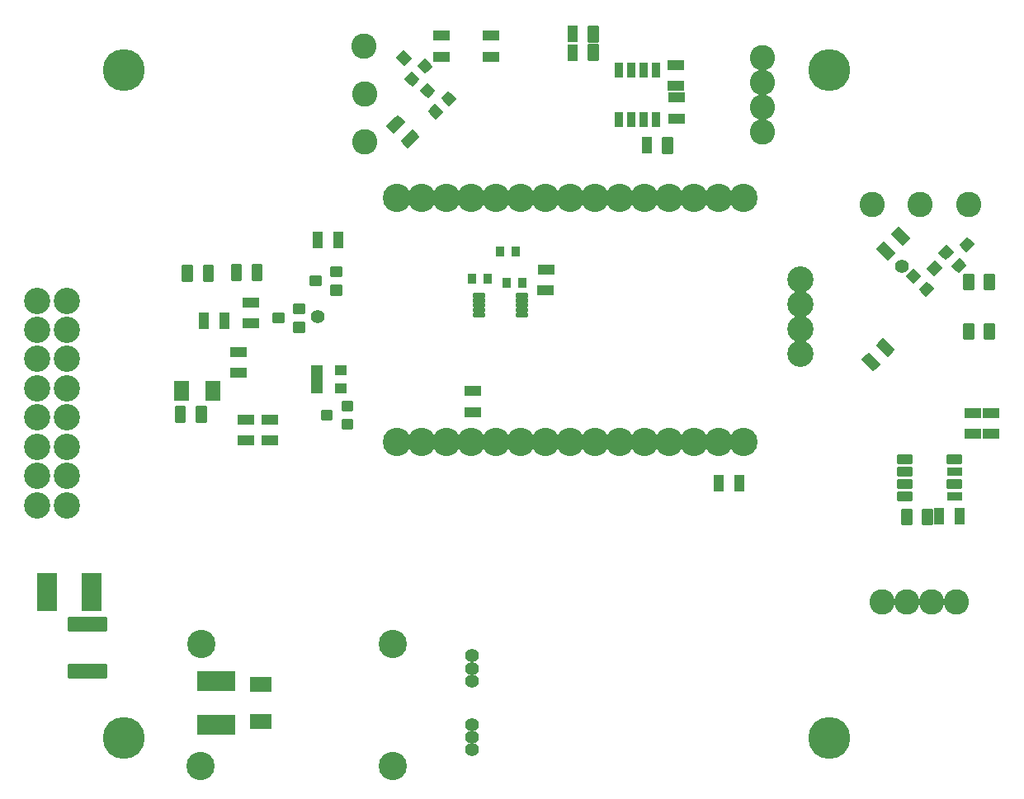
<source format=gbr>
%FSLAX34Y34*%
%MOMM*%
%LNSOLDERMASK_BOTTOM*%
G71*
G01*
%ADD10C, 2.90*%
%ADD11C, 2.70*%
%ADD12C, 2.60*%
%ADD13C, 1.40*%
%ADD14C, 0.30*%
%ADD15R, 2.30X1.60*%
%ADD16R, 3.90X2.10*%
%ADD17R, 1.73X1.10*%
%ADD18R, 2.10X3.90*%
%ADD19R, 1.10X1.73*%
%ADD20R, 0.90X1.10*%
%ADD21R, 1.60X2.10*%
%ADD22R, 1.30X1.00*%
%ADD23C, 4.30*%
%ADD24R, 0.95X1.57*%
%ADD25C, 0.31*%
%ADD26R, 1.57X0.95*%
%LPD*%
X461798Y49947D02*
G54D10*
D03*
X265217Y174796D02*
G54D10*
D03*
X462067Y174796D02*
G54D10*
D03*
X264948Y49947D02*
G54D10*
D03*
X97310Y527600D02*
G54D11*
D03*
X127310Y527600D02*
G54D11*
D03*
X97310Y497600D02*
G54D11*
D03*
X127310Y497600D02*
G54D11*
D03*
X97310Y467600D02*
G54D11*
D03*
X127310Y467600D02*
G54D11*
D03*
X97310Y437600D02*
G54D11*
D03*
X127310Y437600D02*
G54D11*
D03*
X97310Y407600D02*
G54D11*
D03*
X127310Y407600D02*
G54D11*
D03*
X97310Y377600D02*
G54D11*
D03*
X127310Y377600D02*
G54D11*
D03*
X97310Y347600D02*
G54D11*
D03*
X127310Y347600D02*
G54D11*
D03*
X97310Y317600D02*
G54D11*
D03*
X127310Y317600D02*
G54D11*
D03*
X821887Y632913D02*
G54D10*
D03*
X821887Y382913D02*
G54D10*
D03*
X796487Y632913D02*
G54D10*
D03*
X796487Y382913D02*
G54D10*
D03*
X771087Y632913D02*
G54D10*
D03*
X771087Y382913D02*
G54D10*
D03*
X745687Y632913D02*
G54D10*
D03*
X745687Y382913D02*
G54D10*
D03*
X720287Y632913D02*
G54D10*
D03*
X720287Y382913D02*
G54D10*
D03*
X694887Y632913D02*
G54D10*
D03*
X694887Y382913D02*
G54D10*
D03*
X669487Y632913D02*
G54D10*
D03*
X669487Y382913D02*
G54D10*
D03*
X644087Y632913D02*
G54D10*
D03*
X644087Y382913D02*
G54D10*
D03*
X618687Y632913D02*
G54D10*
D03*
X618687Y382913D02*
G54D10*
D03*
X593287Y632913D02*
G54D10*
D03*
X593288Y382913D02*
G54D10*
D03*
X567887Y632913D02*
G54D10*
D03*
X567887Y382913D02*
G54D10*
D03*
X542487Y632913D02*
G54D10*
D03*
X542487Y382913D02*
G54D10*
D03*
X517087Y632913D02*
G54D10*
D03*
X517087Y382913D02*
G54D10*
D03*
X491687Y632913D02*
G54D10*
D03*
X491687Y382913D02*
G54D10*
D03*
X466287Y632913D02*
G54D10*
D03*
X466287Y382913D02*
G54D10*
D03*
X841022Y751306D02*
G54D12*
D03*
X841022Y725906D02*
G54D12*
D03*
X841022Y700506D02*
G54D12*
D03*
X841022Y776706D02*
G54D12*
D03*
X433213Y739453D02*
G54D12*
D03*
X433213Y690325D02*
G54D12*
D03*
X432499Y789296D02*
G54D12*
D03*
X1014976Y218174D02*
G54D12*
D03*
X989576Y218174D02*
G54D12*
D03*
X964176Y218174D02*
G54D12*
D03*
X1040376Y218174D02*
G54D12*
D03*
X1003124Y625983D02*
G54D12*
D03*
X953995Y625983D02*
G54D12*
D03*
X1052966Y626697D02*
G54D12*
D03*
X879800Y549600D02*
G54D11*
D03*
X879800Y524200D02*
G54D11*
D03*
X879800Y498800D02*
G54D11*
D03*
X879800Y473400D02*
G54D11*
D03*
X384500Y511500D02*
G54D13*
D03*
X983999Y563249D02*
G54D13*
D03*
X543250Y136850D02*
G54D13*
D03*
X543250Y149550D02*
G54D13*
D03*
X542707Y163449D02*
G54D13*
D03*
X543250Y67000D02*
G54D13*
D03*
X543250Y79700D02*
G54D13*
D03*
X543250Y92400D02*
G54D13*
D03*
G36*
X166742Y201146D02*
X166742Y189146D01*
X129742Y189146D01*
X129742Y201146D01*
X166742Y201146D01*
G37*
G54D14*
X166742Y201146D02*
X166742Y189146D01*
X129742Y189146D01*
X129742Y201146D01*
X166742Y201146D01*
G36*
X166742Y153146D02*
X166742Y141146D01*
X129742Y141146D01*
X129742Y153146D01*
X166742Y153146D01*
G37*
G54D14*
X166742Y153146D02*
X166742Y141146D01*
X129742Y141146D01*
X129742Y153146D01*
X166742Y153146D01*
X326183Y95659D02*
G54D15*
D03*
X326083Y133259D02*
G54D15*
D03*
X280432Y91676D02*
G54D16*
D03*
X280432Y136976D02*
G54D16*
D03*
G36*
X419650Y423552D02*
X410650Y423552D01*
X410650Y415552D01*
X419650Y415552D01*
X419650Y423552D01*
G37*
G54D14*
X419650Y423552D02*
X410650Y423552D01*
X410650Y415552D01*
X419650Y415552D01*
X419650Y423552D01*
G36*
X419650Y404552D02*
X410651Y404552D01*
X410651Y396552D01*
X419650Y396552D01*
X419650Y404552D01*
G37*
G54D14*
X419650Y404552D02*
X410651Y404552D01*
X410651Y396552D01*
X419650Y396552D01*
X419650Y404552D01*
G36*
X398651Y414052D02*
X389650Y414052D01*
X389651Y406052D01*
X398650Y406052D01*
X398651Y414052D01*
G37*
G54D14*
X398651Y414052D02*
X389650Y414052D01*
X389651Y406052D01*
X398650Y406052D01*
X398651Y414052D01*
X310798Y405270D02*
G54D17*
D03*
X310792Y383966D02*
G54D17*
D03*
X335597Y383969D02*
G54D17*
D03*
X335631Y405269D02*
G54D17*
D03*
X107168Y228454D02*
G54D18*
D03*
X152468Y228454D02*
G54D18*
D03*
X817182Y339893D02*
G54D19*
D03*
X795882Y339859D02*
G54D19*
D03*
G36*
X546000Y533844D02*
X546000Y531844D01*
X555000Y531844D01*
X555000Y533844D01*
X546000Y533844D01*
G37*
G54D14*
X546000Y533844D02*
X546000Y531844D01*
X555000Y531844D01*
X555000Y533844D01*
X546000Y533844D01*
G36*
X546000Y528844D02*
X546000Y526844D01*
X555000Y526844D01*
X555000Y528844D01*
X546000Y528844D01*
G37*
G54D14*
X546000Y528844D02*
X546000Y526844D01*
X555000Y526844D01*
X555000Y528844D01*
X546000Y528844D01*
G36*
X546000Y523844D02*
X546000Y521844D01*
X555000Y521844D01*
X555000Y523844D01*
X546000Y523844D01*
G37*
G54D14*
X546000Y523844D02*
X546000Y521844D01*
X555000Y521844D01*
X555000Y523844D01*
X546000Y523844D01*
G36*
X546000Y518844D02*
X546000Y516844D01*
X555000Y516844D01*
X555000Y518844D01*
X546000Y518844D01*
G37*
G54D14*
X546000Y518844D02*
X546000Y516844D01*
X555000Y516844D01*
X555000Y518844D01*
X546000Y518844D01*
G36*
X546000Y513844D02*
X546000Y511844D01*
X555000Y511844D01*
X555000Y513844D01*
X546000Y513844D01*
G37*
G54D14*
X546000Y513844D02*
X546000Y511844D01*
X555000Y511844D01*
X555000Y513844D01*
X546000Y513844D01*
G36*
X590000Y513844D02*
X590000Y511844D01*
X599000Y511844D01*
X599000Y513844D01*
X590000Y513844D01*
G37*
G54D14*
X590000Y513844D02*
X590000Y511844D01*
X599000Y511844D01*
X599000Y513844D01*
X590000Y513844D01*
G36*
X590000Y518844D02*
X590000Y516844D01*
X599000Y516844D01*
X599000Y518844D01*
X590000Y518844D01*
G37*
G54D14*
X590000Y518844D02*
X590000Y516844D01*
X599000Y516844D01*
X599000Y518844D01*
X590000Y518844D01*
G36*
X590000Y523844D02*
X590000Y521844D01*
X599000Y521844D01*
X599000Y523844D01*
X590000Y523844D01*
G37*
G54D14*
X590000Y523844D02*
X590000Y521844D01*
X599000Y521844D01*
X599000Y523844D01*
X590000Y523844D01*
G36*
X590000Y528844D02*
X590000Y526844D01*
X599000Y526844D01*
X599000Y528844D01*
X590000Y528844D01*
G37*
G54D14*
X590000Y528844D02*
X590000Y526844D01*
X599000Y526844D01*
X599000Y528844D01*
X590000Y528844D01*
G36*
X590000Y533844D02*
X590000Y531844D01*
X599000Y531844D01*
X599000Y533844D01*
X590000Y533844D01*
G37*
G54D14*
X590000Y533844D02*
X590000Y531844D01*
X599000Y531844D01*
X599000Y533844D01*
X590000Y533844D01*
X559116Y549740D02*
G54D20*
D03*
X543216Y549740D02*
G54D20*
D03*
X587780Y577879D02*
G54D20*
D03*
X571880Y577879D02*
G54D20*
D03*
G36*
X239982Y417868D02*
X247982Y417868D01*
X247982Y403568D01*
X239982Y403568D01*
X239982Y417868D01*
G37*
G54D14*
X239982Y417868D02*
X247982Y417868D01*
X247982Y403568D01*
X239982Y403568D01*
X239982Y417868D01*
G36*
X261284Y417874D02*
X269284Y417875D01*
X269285Y403575D01*
X261285Y403574D01*
X261284Y417874D01*
G37*
G54D14*
X261284Y417874D02*
X269284Y417875D01*
X269285Y403575D01*
X261285Y403574D01*
X261284Y417874D01*
X244800Y435300D02*
G54D21*
D03*
X277300Y435400D02*
G54D21*
D03*
X408115Y437354D02*
G54D22*
D03*
X408115Y456354D02*
G54D22*
D03*
X384315Y437354D02*
G54D22*
D03*
X384315Y456354D02*
G54D22*
D03*
X384315Y446854D02*
G54D22*
D03*
X185658Y764292D02*
G54D23*
D03*
X909558Y764292D02*
G54D23*
D03*
X909558Y78492D02*
G54D23*
D03*
X185658Y78492D02*
G54D23*
D03*
X693717Y713129D02*
G54D24*
D03*
X706417Y713129D02*
G54D24*
D03*
X719117Y713128D02*
G54D24*
D03*
X731817Y713129D02*
G54D24*
D03*
X731816Y763929D02*
G54D24*
D03*
X719117Y763929D02*
G54D24*
D03*
X706416Y763929D02*
G54D24*
D03*
X693716Y763929D02*
G54D24*
D03*
X722360Y687129D02*
G54D19*
D03*
G36*
X739663Y694272D02*
X747663Y694272D01*
X747663Y679972D01*
X739663Y679972D01*
X739663Y694272D01*
G37*
G54D14*
X739663Y694272D02*
X747663Y694272D01*
X747663Y679972D01*
X739663Y679972D01*
X739663Y694272D01*
X752800Y714700D02*
G54D17*
D03*
X752806Y736003D02*
G54D17*
D03*
X618850Y538400D02*
G54D17*
D03*
X618884Y559700D02*
G54D17*
D03*
X544164Y434689D02*
G54D17*
D03*
X544170Y413386D02*
G54D17*
D03*
G36*
X370300Y523339D02*
X361300Y523339D01*
X361300Y515339D01*
X370300Y515339D01*
X370300Y523339D01*
G37*
G54D14*
X370300Y523339D02*
X361300Y523339D01*
X361300Y515339D01*
X370300Y515339D01*
X370300Y523339D01*
G36*
X370300Y504339D02*
X361300Y504339D01*
X361300Y496339D01*
X370300Y496339D01*
X370300Y504339D01*
G37*
G54D14*
X370300Y504339D02*
X361300Y504339D01*
X361300Y496339D01*
X370300Y496339D01*
X370300Y504339D01*
G36*
X349300Y513839D02*
X340300Y513839D01*
X340300Y505839D01*
X349300Y505839D01*
X349300Y513839D01*
G37*
G54D14*
X349300Y513839D02*
X340300Y513839D01*
X340300Y505839D01*
X349300Y505839D01*
X349300Y513839D01*
G36*
X247150Y563100D02*
X255150Y563100D01*
X255150Y548800D01*
X247150Y548800D01*
X247150Y563100D01*
G37*
G54D14*
X247150Y563100D02*
X255150Y563100D01*
X255150Y548800D01*
X247150Y548800D01*
X247150Y563100D01*
G36*
X268453Y563106D02*
X276453Y563106D01*
X276453Y548806D01*
X268453Y548806D01*
X268453Y563106D01*
G37*
G54D14*
X268453Y563106D02*
X276453Y563106D01*
X276453Y548806D01*
X268453Y548806D01*
X268453Y563106D01*
G36*
X297132Y563918D02*
X305132Y563918D01*
X305132Y549618D01*
X297132Y549618D01*
X297132Y563918D01*
G37*
G54D14*
X297132Y563918D02*
X305132Y563918D01*
X305132Y549618D01*
X297132Y549618D01*
X297132Y563918D01*
G36*
X318434Y563924D02*
X326434Y563925D01*
X326435Y549625D01*
X318435Y549624D01*
X318434Y563924D01*
G37*
G54D14*
X318434Y563924D02*
X326434Y563925D01*
X326435Y549625D01*
X318435Y549624D01*
X318434Y563924D01*
X288993Y507085D02*
G54D19*
D03*
X267690Y507079D02*
G54D19*
D03*
X316547Y504619D02*
G54D17*
D03*
X316581Y525919D02*
G54D17*
D03*
G36*
X408400Y561439D02*
X399400Y561439D01*
X399400Y553439D01*
X408400Y553439D01*
X408400Y561439D01*
G37*
G54D14*
X408400Y561439D02*
X399400Y561439D01*
X399400Y553439D01*
X408400Y553439D01*
X408400Y561439D01*
G36*
X408400Y542439D02*
X399400Y542439D01*
X399400Y534439D01*
X408400Y534439D01*
X408400Y542439D01*
G37*
G54D14*
X408400Y542439D02*
X399400Y542439D01*
X399400Y534439D01*
X408400Y534439D01*
X408400Y542439D01*
G36*
X387400Y551939D02*
X378400Y551939D01*
X378400Y543939D01*
X387400Y543939D01*
X387400Y551939D01*
G37*
G54D14*
X387400Y551939D02*
X378400Y551939D01*
X378400Y543939D01*
X387400Y543939D01*
X387400Y551939D01*
G54D25*
X387400Y543939D02*
X387400Y551939D01*
X378400Y551939D01*
X378400Y543939D01*
X387400Y543939D01*
X406272Y589588D02*
G54D19*
D03*
X384969Y589582D02*
G54D19*
D03*
X752200Y747950D02*
G54D17*
D03*
X752234Y769250D02*
G54D17*
D03*
X646160Y801429D02*
G54D19*
D03*
G36*
X663463Y808572D02*
X671463Y808572D01*
X671463Y794272D01*
X663463Y794272D01*
X663463Y808572D01*
G37*
G54D14*
X663463Y808572D02*
X671463Y808572D01*
X671463Y794272D01*
X663463Y794272D01*
X663463Y808572D01*
X646160Y782379D02*
G54D19*
D03*
G36*
X663463Y789522D02*
X671463Y789522D01*
X671463Y775222D01*
X663463Y775222D01*
X663463Y789522D01*
G37*
G54D14*
X663463Y789522D02*
X671463Y789522D01*
X671463Y775222D01*
X663463Y775222D01*
X663463Y789522D01*
X562300Y778200D02*
G54D17*
D03*
X562306Y799503D02*
G54D17*
D03*
G36*
X500812Y768110D02*
X494448Y774474D01*
X488791Y768818D01*
X495155Y762454D01*
X500812Y768110D01*
G37*
G54D14*
X500812Y768110D02*
X494448Y774474D01*
X488791Y768818D01*
X495155Y762454D01*
X500812Y768110D01*
G36*
X487377Y754676D02*
X481013Y761040D01*
X475356Y755383D01*
X481720Y749019D01*
X487377Y754676D01*
G37*
G54D14*
X487377Y754676D02*
X481013Y761040D01*
X475356Y755383D01*
X481720Y749019D01*
X487377Y754676D01*
G36*
X479245Y776242D02*
X472881Y782606D01*
X467224Y776949D01*
X473588Y770586D01*
X479245Y776242D01*
G37*
G54D14*
X479245Y776242D02*
X472881Y782606D01*
X467224Y776949D01*
X473588Y770586D01*
X479245Y776242D01*
G36*
X525069Y734682D02*
X518705Y741046D01*
X513048Y735390D01*
X519412Y729026D01*
X525069Y734682D01*
G37*
G54D14*
X525069Y734682D02*
X518705Y741046D01*
X513048Y735390D01*
X519412Y729026D01*
X525069Y734682D01*
G36*
X511634Y721247D02*
X505270Y727612D01*
X499613Y721954D01*
X505977Y715590D01*
X511634Y721247D01*
G37*
G54D14*
X511634Y721247D02*
X505270Y727612D01*
X499613Y721954D01*
X505977Y715590D01*
X511634Y721247D01*
G36*
X503502Y742814D02*
X497138Y749178D01*
X491482Y743521D01*
X497845Y737158D01*
X503502Y742814D01*
G37*
G54D14*
X503502Y742814D02*
X497138Y749178D01*
X491482Y743521D01*
X497845Y737158D01*
X503502Y742814D01*
X511500Y778200D02*
G54D17*
D03*
X511506Y799503D02*
G54D17*
D03*
G36*
X477358Y685634D02*
X471701Y691290D01*
X481812Y701403D01*
X487469Y695746D01*
X477358Y685634D01*
G37*
G54D14*
X477358Y685634D02*
X471701Y691290D01*
X481812Y701403D01*
X487469Y695746D01*
X477358Y685634D01*
G36*
X462299Y700702D02*
X456642Y706358D01*
X466753Y716470D01*
X472410Y710814D01*
X462299Y700702D01*
G37*
G54D14*
X462299Y700702D02*
X456642Y706358D01*
X466753Y716470D01*
X472410Y710814D01*
X462299Y700702D01*
G36*
X981169Y367813D02*
X993869Y367813D01*
X993870Y361313D01*
X981170Y361313D01*
X981169Y367813D01*
G37*
G54D14*
X981169Y367813D02*
X993869Y367813D01*
X993870Y361313D01*
X981170Y361313D01*
X981169Y367813D01*
G36*
X981169Y355113D02*
X993869Y355113D01*
X993870Y348613D01*
X981170Y348613D01*
X981169Y355113D01*
G37*
G54D14*
X981169Y355113D02*
X993869Y355113D01*
X993870Y348613D01*
X981170Y348613D01*
X981169Y355113D01*
G36*
X981169Y342413D02*
X993869Y342413D01*
X993869Y335913D01*
X981169Y335913D01*
X981169Y342413D01*
G37*
G54D14*
X981169Y342413D02*
X993869Y342413D01*
X993869Y335913D01*
X981169Y335913D01*
X981169Y342413D01*
G36*
X981169Y329712D02*
X993869Y329713D01*
X993870Y323213D01*
X981170Y323212D01*
X981169Y329712D01*
G37*
G54D14*
X981169Y329712D02*
X993869Y329713D01*
X993870Y323213D01*
X981170Y323212D01*
X981169Y329712D01*
X1038319Y326463D02*
G54D26*
D03*
G36*
X1031970Y342413D02*
X1044670Y342413D01*
X1044670Y335913D01*
X1031970Y335913D01*
X1031970Y342413D01*
G37*
G54D14*
X1031970Y342413D02*
X1044670Y342413D01*
X1044670Y335913D01*
X1031970Y335913D01*
X1031970Y342413D01*
X1038320Y351863D02*
G54D26*
D03*
G36*
X1031969Y367813D02*
X1044669Y367813D01*
X1044670Y361313D01*
X1031970Y361313D01*
X1031969Y367813D01*
G37*
G54D14*
X1031969Y367813D02*
X1044669Y367813D01*
X1044670Y361313D01*
X1031970Y361313D01*
X1031969Y367813D01*
G36*
X985090Y312629D02*
X993090Y312630D01*
X993091Y298330D01*
X985091Y298329D01*
X985090Y312629D01*
G37*
G54D14*
X985090Y312629D02*
X993090Y312630D01*
X993091Y298330D01*
X985091Y298329D01*
X985090Y312629D01*
G36*
X1006393Y312623D02*
X1014393Y312624D01*
X1014394Y298324D01*
X1006394Y298323D01*
X1006393Y312623D01*
G37*
G54D14*
X1006393Y312623D02*
X1014393Y312624D01*
X1014394Y298324D01*
X1006394Y298323D01*
X1006393Y312623D01*
X1022340Y306080D02*
G54D19*
D03*
X1043640Y306046D02*
G54D19*
D03*
X1075819Y412120D02*
G54D17*
D03*
X1075812Y390816D02*
G54D17*
D03*
X1056769Y412120D02*
G54D17*
D03*
X1056762Y390816D02*
G54D17*
D03*
G36*
X1048590Y503129D02*
X1056590Y503130D01*
X1056591Y488830D01*
X1048591Y488829D01*
X1048590Y503129D01*
G37*
G54D14*
X1048590Y503129D02*
X1056590Y503130D01*
X1056591Y488830D01*
X1048591Y488829D01*
X1048590Y503129D01*
G36*
X1069893Y503123D02*
X1077893Y503124D01*
X1077894Y488824D01*
X1069894Y488823D01*
X1069893Y503123D01*
G37*
G54D14*
X1069893Y503123D02*
X1077893Y503124D01*
X1077894Y488824D01*
X1069894Y488823D01*
X1069893Y503123D01*
G36*
X1042501Y557468D02*
X1048865Y563832D01*
X1043208Y569488D01*
X1036844Y563124D01*
X1042501Y557468D01*
G37*
G54D14*
X1042501Y557468D02*
X1048865Y563832D01*
X1043208Y569488D01*
X1036844Y563124D01*
X1042501Y557468D01*
G36*
X1029066Y570902D02*
X1035430Y577267D01*
X1029773Y582923D01*
X1023409Y576559D01*
X1029066Y570902D01*
G37*
G54D14*
X1029066Y570902D02*
X1035430Y577267D01*
X1029773Y582923D01*
X1023409Y576559D01*
X1029066Y570902D01*
G36*
X1050633Y579034D02*
X1056997Y585398D01*
X1051340Y591055D01*
X1044976Y584691D01*
X1050633Y579034D01*
G37*
G54D14*
X1050633Y579034D02*
X1056997Y585398D01*
X1051340Y591055D01*
X1044976Y584691D01*
X1050633Y579034D01*
G36*
X1009073Y533211D02*
X1015437Y539574D01*
X1009780Y545231D01*
X1003416Y538867D01*
X1009073Y533211D01*
G37*
G54D14*
X1009073Y533211D02*
X1015437Y539574D01*
X1009780Y545231D01*
X1003416Y538867D01*
X1009073Y533211D01*
G36*
X995638Y546646D02*
X1002002Y553010D01*
X996345Y558666D01*
X989981Y552302D01*
X995638Y546646D01*
G37*
G54D14*
X995638Y546646D02*
X1002002Y553010D01*
X996345Y558666D01*
X989981Y552302D01*
X995638Y546646D01*
G36*
X1017204Y554777D02*
X1023569Y561142D01*
X1017912Y566798D01*
X1011548Y560434D01*
X1017204Y554777D01*
G37*
G54D14*
X1017204Y554777D02*
X1023569Y561142D01*
X1017912Y566798D01*
X1011548Y560434D01*
X1017204Y554777D01*
G36*
X1048590Y553930D02*
X1056590Y553930D01*
X1056591Y539630D01*
X1048591Y539630D01*
X1048590Y553930D01*
G37*
G54D14*
X1048590Y553930D02*
X1056590Y553930D01*
X1056591Y539630D01*
X1048591Y539630D01*
X1048590Y553930D01*
G36*
X1069893Y553923D02*
X1077893Y553924D01*
X1077894Y539624D01*
X1069894Y539623D01*
X1069893Y553923D01*
G37*
G54D14*
X1069893Y553923D02*
X1077893Y553924D01*
X1077894Y539624D01*
X1069894Y539623D01*
X1069893Y553923D01*
G36*
X960024Y580922D02*
X965681Y586579D01*
X975793Y576467D01*
X970136Y570810D01*
X960024Y580922D01*
G37*
G54D14*
X960024Y580922D02*
X965681Y586579D01*
X975793Y576467D01*
X970136Y570810D01*
X960024Y580922D01*
G36*
X975092Y595981D02*
X980749Y601638D01*
X990861Y591527D01*
X985204Y585870D01*
X975092Y595981D01*
G37*
G54D14*
X975092Y595981D02*
X980749Y601638D01*
X990861Y591527D01*
X985204Y585870D01*
X975092Y595981D01*
G36*
X975137Y477455D02*
X969480Y471798D01*
X959369Y481910D01*
X965026Y487567D01*
X975137Y477455D01*
G37*
G54D14*
X975137Y477455D02*
X969480Y471798D01*
X959369Y481910D01*
X965026Y487567D01*
X975137Y477455D01*
G36*
X960069Y462397D02*
X954413Y456740D01*
X944300Y466850D01*
X949956Y472508D01*
X960069Y462397D01*
G37*
G54D14*
X960069Y462397D02*
X954413Y456740D01*
X944300Y466850D01*
X949956Y472508D01*
X960069Y462397D01*
X303847Y453819D02*
G54D17*
D03*
X303881Y475119D02*
G54D17*
D03*
X594454Y545794D02*
G54D20*
D03*
X578554Y545794D02*
G54D20*
D03*
M02*

</source>
